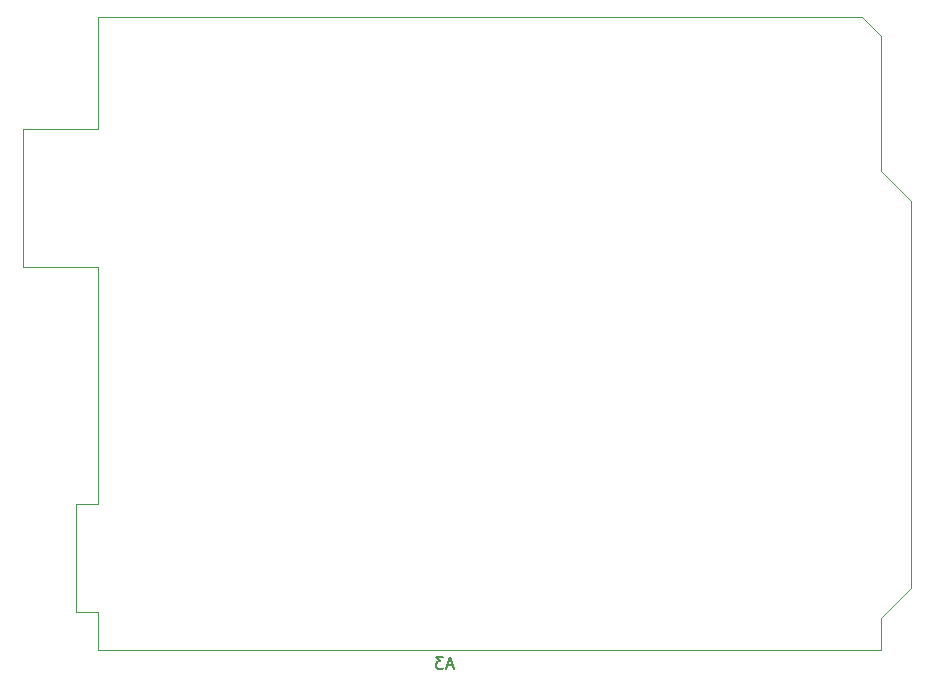
<source format=gbr>
G04 #@! TF.GenerationSoftware,KiCad,Pcbnew,(5.1.5)-3*
G04 #@! TF.CreationDate,2020-02-12T22:03:26+02:00*
G04 #@! TF.ProjectId,PCB,5043422e-6b69-4636-9164-5f7063625858,rev?*
G04 #@! TF.SameCoordinates,Original*
G04 #@! TF.FileFunction,Legend,Bot*
G04 #@! TF.FilePolarity,Positive*
%FSLAX46Y46*%
G04 Gerber Fmt 4.6, Leading zero omitted, Abs format (unit mm)*
G04 Created by KiCad (PCBNEW (5.1.5)-3) date 2020-02-12 22:03:26*
%MOMM*%
%LPD*%
G04 APERTURE LIST*
%ADD10C,0.120000*%
%ADD11C,0.150000*%
G04 APERTURE END LIST*
D10*
X195710000Y-72640000D02*
X198250000Y-75180000D01*
X195710000Y-61210000D02*
X195710000Y-72640000D01*
X194060000Y-59560000D02*
X195710000Y-61210000D01*
X129410000Y-59560000D02*
X194060000Y-59560000D01*
X129410000Y-69090000D02*
X129410000Y-59560000D01*
X123060000Y-69090000D02*
X129410000Y-69090000D01*
X123060000Y-80770000D02*
X123060000Y-69090000D01*
X129410000Y-80770000D02*
X123060000Y-80770000D01*
X129410000Y-100840000D02*
X129410000Y-80770000D01*
X127510000Y-100840000D02*
X129410000Y-100840000D01*
X127510000Y-109980000D02*
X127510000Y-100840000D01*
X129410000Y-109980000D02*
X127510000Y-109980000D01*
X129410000Y-113160000D02*
X129410000Y-109980000D01*
X195710000Y-113160000D02*
X129410000Y-113160000D01*
X195710000Y-110490000D02*
X195710000Y-113160000D01*
X198250000Y-107950000D02*
X195710000Y-110490000D01*
X198250000Y-75180000D02*
X198250000Y-107950000D01*
D11*
X159464285Y-114466666D02*
X158988095Y-114466666D01*
X159559523Y-114752380D02*
X159226190Y-113752380D01*
X158892857Y-114752380D01*
X158654761Y-113752380D02*
X158035714Y-113752380D01*
X158369047Y-114133333D01*
X158226190Y-114133333D01*
X158130952Y-114180952D01*
X158083333Y-114228571D01*
X158035714Y-114323809D01*
X158035714Y-114561904D01*
X158083333Y-114657142D01*
X158130952Y-114704761D01*
X158226190Y-114752380D01*
X158511904Y-114752380D01*
X158607142Y-114704761D01*
X158654761Y-114657142D01*
M02*

</source>
